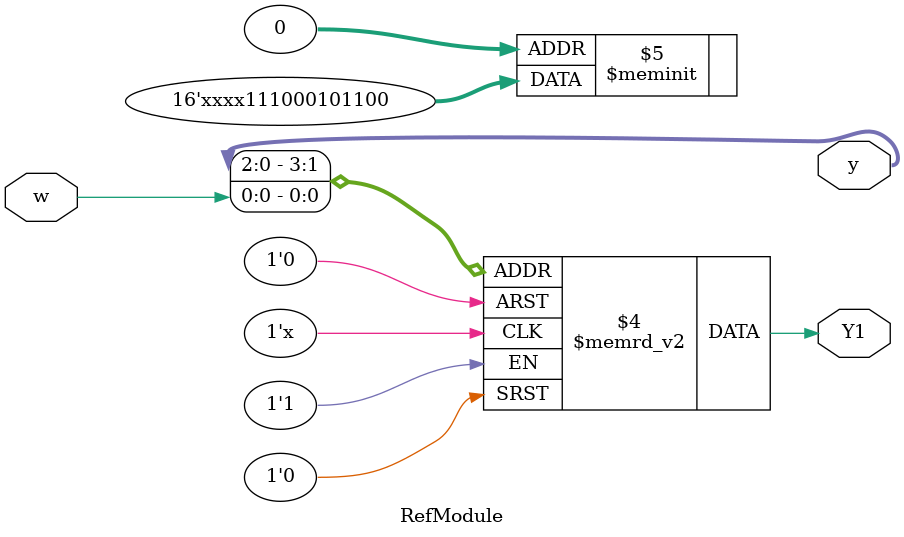
<source format=sv>

module RefModule (
  output [2:0] y,
  input w,
  output reg Y1
);

  always @(*) begin
    case ({y, w})
      4'h0: Y1 = 1'b0;
      4'h1: Y1 = 1'b0;
      4'h2: Y1 = 1'b1;
      4'h3: Y1 = 1'b1;
      4'h4: Y1 = 1'b0;
      4'h5: Y1 = 1'b1;
      4'h6: Y1 = 1'b0;
      4'h7: Y1 = 1'b0;
      4'h8: Y1 = 1'b0;
      4'h9: Y1 = 1'b1;
      4'ha: Y1 = 1'b1;
      4'hb: Y1 = 1'b1;
      default: Y1 = 1'bx;
    endcase
  end

endmodule


</source>
